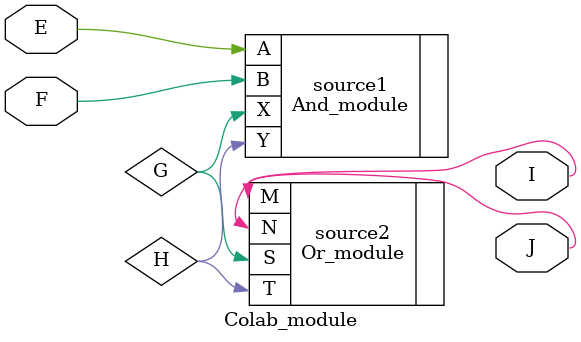
<source format=sv>
`timescale 1ns / 1ps


module Colab_module(
    input E,
    input F,
    output I,
    output J
    );
    
	logic G, H;
    And_module source1(
    .A(E),
    .B(F),
    .X(G),
    .Y(H)
    );
    Or_module source2(
    .S(G),
    .T(H),
    .M(I),
    .N(J));
    
endmodule

</source>
